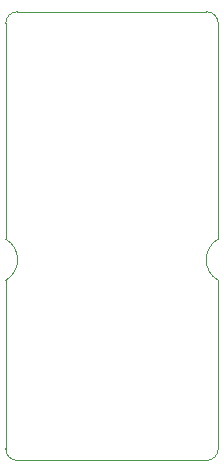
<source format=gbr>
%TF.GenerationSoftware,KiCad,Pcbnew,(5.1.6-0-10_14)*%
%TF.CreationDate,2022-05-10T09:10:30-04:00*%
%TF.ProjectId,Delay_Door_Switch-RevB,44656c61-795f-4446-9f6f-725f53776974,rev?*%
%TF.SameCoordinates,Original*%
%TF.FileFunction,Profile,NP*%
%FSLAX46Y46*%
G04 Gerber Fmt 4.6, Leading zero omitted, Abs format (unit mm)*
G04 Created by KiCad (PCBNEW (5.1.6-0-10_14)) date 2022-05-10 09:10:30*
%MOMM*%
%LPD*%
G01*
G04 APERTURE LIST*
%TA.AperFunction,Profile*%
%ADD10C,0.050000*%
%TD*%
G04 APERTURE END LIST*
D10*
X143000000Y-72750000D02*
X143000000Y-87000000D01*
X143000000Y-69250000D02*
X143000000Y-51000000D01*
X125000000Y-51000000D02*
X125000000Y-69250000D01*
X125000000Y-72750000D02*
X125000000Y-87000000D01*
X125000312Y-69250179D02*
G75*
G02*
X125000000Y-72750000I-1000312J-1749821D01*
G01*
X143000000Y-72750000D02*
G75*
G02*
X143000000Y-69250000I1000000J1750000D01*
G01*
X143000000Y-87000000D02*
G75*
G02*
X142000000Y-88000000I-1000000J0D01*
G01*
X126000000Y-88000000D02*
G75*
G02*
X125000000Y-87000000I0J1000000D01*
G01*
X125000000Y-51000000D02*
G75*
G02*
X126000000Y-50000000I1000000J0D01*
G01*
X142000000Y-50000000D02*
G75*
G02*
X143000000Y-51000000I0J-1000000D01*
G01*
X142000000Y-88000000D02*
X126000000Y-88000000D01*
X126000000Y-50000000D02*
X142000000Y-50000000D01*
M02*

</source>
